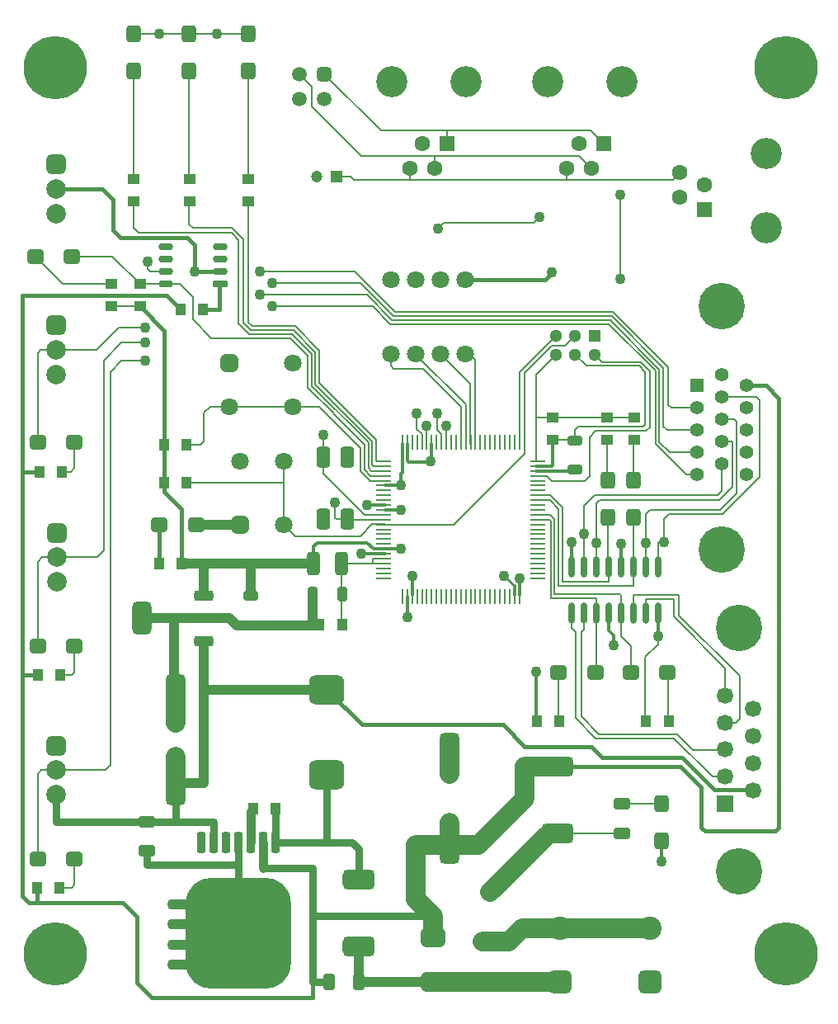
<source format=gtl>
G04 Layer_Physical_Order=1*
G04 Layer_Color=255*
%FSLAX44Y44*%
%MOMM*%
G71*
G01*
G75*
G04:AMPARAMS|DCode=10|XSize=1.75mm|YSize=1.5mm|CornerRadius=0.375mm|HoleSize=0mm|Usage=FLASHONLY|Rotation=0.000|XOffset=0mm|YOffset=0mm|HoleType=Round|Shape=RoundedRectangle|*
%AMROUNDEDRECTD10*
21,1,1.7500,0.7500,0,0,0.0*
21,1,1.0000,1.5000,0,0,0.0*
1,1,0.7500,0.5000,-0.3750*
1,1,0.7500,-0.5000,-0.3750*
1,1,0.7500,-0.5000,0.3750*
1,1,0.7500,0.5000,0.3750*
%
%ADD10ROUNDEDRECTD10*%
G04:AMPARAMS|DCode=11|XSize=0.91mm|YSize=2.16mm|CornerRadius=0.2275mm|HoleSize=0mm|Usage=FLASHONLY|Rotation=180.000|XOffset=0mm|YOffset=0mm|HoleType=Round|Shape=RoundedRectangle|*
%AMROUNDEDRECTD11*
21,1,0.9100,1.7050,0,0,180.0*
21,1,0.4550,2.1600,0,0,180.0*
1,1,0.4550,-0.2275,0.8525*
1,1,0.4550,0.2275,0.8525*
1,1,0.4550,0.2275,-0.8525*
1,1,0.4550,-0.2275,-0.8525*
%
%ADD11ROUNDEDRECTD11*%
G04:AMPARAMS|DCode=12|XSize=10.8mm|YSize=11.41mm|CornerRadius=2.7mm|HoleSize=0mm|Usage=FLASHONLY|Rotation=180.000|XOffset=0mm|YOffset=0mm|HoleType=Round|Shape=RoundedRectangle|*
%AMROUNDEDRECTD12*
21,1,10.8000,6.0100,0,0,180.0*
21,1,5.4000,11.4100,0,0,180.0*
1,1,5.4000,-2.7000,3.0050*
1,1,5.4000,2.7000,3.0050*
1,1,5.4000,2.7000,-3.0050*
1,1,5.4000,-2.7000,-3.0050*
%
%ADD12ROUNDEDRECTD12*%
%ADD13R,1.3000X1.1000*%
%ADD14R,1.1000X1.3000*%
G04:AMPARAMS|DCode=15|XSize=1mm|YSize=1.52mm|CornerRadius=0.25mm|HoleSize=0mm|Usage=FLASHONLY|Rotation=270.000|XOffset=0mm|YOffset=0mm|HoleType=Round|Shape=RoundedRectangle|*
%AMROUNDEDRECTD15*
21,1,1.0000,1.0200,0,0,270.0*
21,1,0.5000,1.5200,0,0,270.0*
1,1,0.5000,-0.5100,-0.2500*
1,1,0.5000,-0.5100,0.2500*
1,1,0.5000,0.5100,0.2500*
1,1,0.5000,0.5100,-0.2500*
%
%ADD15ROUNDEDRECTD15*%
G04:AMPARAMS|DCode=16|XSize=1.2mm|YSize=1.7mm|CornerRadius=0.3mm|HoleSize=0mm|Usage=FLASHONLY|Rotation=0.000|XOffset=0mm|YOffset=0mm|HoleType=Round|Shape=RoundedRectangle|*
%AMROUNDEDRECTD16*
21,1,1.2000,1.1000,0,0,0.0*
21,1,0.6000,1.7000,0,0,0.0*
1,1,0.6000,0.3000,-0.5500*
1,1,0.6000,-0.3000,-0.5500*
1,1,0.6000,-0.3000,0.5500*
1,1,0.6000,0.3000,0.5500*
%
%ADD16ROUNDEDRECTD16*%
G04:AMPARAMS|DCode=17|XSize=2.2mm|YSize=1.4mm|CornerRadius=0.35mm|HoleSize=0mm|Usage=FLASHONLY|Rotation=270.000|XOffset=0mm|YOffset=0mm|HoleType=Round|Shape=RoundedRectangle|*
%AMROUNDEDRECTD17*
21,1,2.2000,0.7000,0,0,270.0*
21,1,1.5000,1.4000,0,0,270.0*
1,1,0.7000,-0.3500,-0.7500*
1,1,0.7000,-0.3500,0.7500*
1,1,0.7000,0.3500,0.7500*
1,1,0.7000,0.3500,-0.7500*
%
%ADD17ROUNDEDRECTD17*%
G04:AMPARAMS|DCode=18|XSize=1.3mm|YSize=2.4mm|CornerRadius=0.325mm|HoleSize=0mm|Usage=FLASHONLY|Rotation=180.000|XOffset=0mm|YOffset=0mm|HoleType=Round|Shape=RoundedRectangle|*
%AMROUNDEDRECTD18*
21,1,1.3000,1.7500,0,0,180.0*
21,1,0.6500,2.4000,0,0,180.0*
1,1,0.6500,-0.3250,0.8750*
1,1,0.6500,0.3250,0.8750*
1,1,0.6500,0.3250,-0.8750*
1,1,0.6500,-0.3250,-0.8750*
%
%ADD18ROUNDEDRECTD18*%
%ADD19O,0.6000X2.2000*%
G04:AMPARAMS|DCode=20|XSize=1.75mm|YSize=1.5mm|CornerRadius=0.375mm|HoleSize=0mm|Usage=FLASHONLY|Rotation=270.000|XOffset=0mm|YOffset=0mm|HoleType=Round|Shape=RoundedRectangle|*
%AMROUNDEDRECTD20*
21,1,1.7500,0.7500,0,0,270.0*
21,1,1.0000,1.5000,0,0,270.0*
1,1,0.7500,-0.3750,-0.5000*
1,1,0.7500,-0.3750,0.5000*
1,1,0.7500,0.3750,0.5000*
1,1,0.7500,0.3750,-0.5000*
%
%ADD20ROUNDEDRECTD20*%
G04:AMPARAMS|DCode=21|XSize=2.032mm|YSize=3.302mm|CornerRadius=0.508mm|HoleSize=0mm|Usage=FLASHONLY|Rotation=270.000|XOffset=0mm|YOffset=0mm|HoleType=Round|Shape=RoundedRectangle|*
%AMROUNDEDRECTD21*
21,1,2.0320,2.2860,0,0,270.0*
21,1,1.0160,3.3020,0,0,270.0*
1,1,1.0160,-1.1430,-0.5080*
1,1,1.0160,-1.1430,0.5080*
1,1,1.0160,1.1430,0.5080*
1,1,1.0160,1.1430,-0.5080*
%
%ADD21ROUNDEDRECTD21*%
G04:AMPARAMS|DCode=22|XSize=3.1mm|YSize=3.6mm|CornerRadius=0.775mm|HoleSize=0mm|Usage=FLASHONLY|Rotation=270.000|XOffset=0mm|YOffset=0mm|HoleType=Round|Shape=RoundedRectangle|*
%AMROUNDEDRECTD22*
21,1,3.1000,2.0500,0,0,270.0*
21,1,1.5500,3.6000,0,0,270.0*
1,1,1.5500,-1.0250,-0.7750*
1,1,1.5500,-1.0250,0.7750*
1,1,1.5500,1.0250,0.7750*
1,1,1.5500,1.0250,-0.7750*
%
%ADD22ROUNDEDRECTD22*%
G04:AMPARAMS|DCode=23|XSize=1.2mm|YSize=1.7mm|CornerRadius=0.3mm|HoleSize=0mm|Usage=FLASHONLY|Rotation=270.000|XOffset=0mm|YOffset=0mm|HoleType=Round|Shape=RoundedRectangle|*
%AMROUNDEDRECTD23*
21,1,1.2000,1.1000,0,0,270.0*
21,1,0.6000,1.7000,0,0,270.0*
1,1,0.6000,-0.5500,-0.3000*
1,1,0.6000,-0.5500,0.3000*
1,1,0.6000,0.5500,0.3000*
1,1,0.6000,0.5500,-0.3000*
%
%ADD23ROUNDEDRECTD23*%
G04:AMPARAMS|DCode=24|XSize=2.03mm|YSize=4.57mm|CornerRadius=0.5075mm|HoleSize=0mm|Usage=FLASHONLY|Rotation=180.000|XOffset=0mm|YOffset=0mm|HoleType=Round|Shape=RoundedRectangle|*
%AMROUNDEDRECTD24*
21,1,2.0300,3.5550,0,0,180.0*
21,1,1.0150,4.5700,0,0,180.0*
1,1,1.0150,-0.5075,1.7775*
1,1,1.0150,0.5075,1.7775*
1,1,1.0150,0.5075,-1.7775*
1,1,1.0150,-0.5075,-1.7775*
%
%ADD24ROUNDEDRECTD24*%
G04:AMPARAMS|DCode=25|XSize=2mm|YSize=2.5mm|CornerRadius=0.5mm|HoleSize=0mm|Usage=FLASHONLY|Rotation=270.000|XOffset=0mm|YOffset=0mm|HoleType=Round|Shape=RoundedRectangle|*
%AMROUNDEDRECTD25*
21,1,2.0000,1.5000,0,0,270.0*
21,1,1.0000,2.5000,0,0,270.0*
1,1,1.0000,-0.7500,-0.5000*
1,1,1.0000,-0.7500,0.5000*
1,1,1.0000,0.7500,0.5000*
1,1,1.0000,0.7500,-0.5000*
%
%ADD25ROUNDEDRECTD25*%
G04:AMPARAMS|DCode=26|XSize=3.4mm|YSize=1.95mm|CornerRadius=0.4875mm|HoleSize=0mm|Usage=FLASHONLY|Rotation=90.000|XOffset=0mm|YOffset=0mm|HoleType=Round|Shape=RoundedRectangle|*
%AMROUNDEDRECTD26*
21,1,3.4000,0.9750,0,0,90.0*
21,1,2.4250,1.9500,0,0,90.0*
1,1,0.9750,0.4875,1.2125*
1,1,0.9750,0.4875,-1.2125*
1,1,0.9750,-0.4875,-1.2125*
1,1,0.9750,-0.4875,1.2125*
%
%ADD26ROUNDEDRECTD26*%
G04:AMPARAMS|DCode=27|XSize=1.1mm|YSize=1.95mm|CornerRadius=0.275mm|HoleSize=0mm|Usage=FLASHONLY|Rotation=90.000|XOffset=0mm|YOffset=0mm|HoleType=Round|Shape=RoundedRectangle|*
%AMROUNDEDRECTD27*
21,1,1.1000,1.4000,0,0,90.0*
21,1,0.5500,1.9500,0,0,90.0*
1,1,0.5500,0.7000,0.2750*
1,1,0.5500,0.7000,-0.2750*
1,1,0.5500,-0.7000,-0.2750*
1,1,0.5500,-0.7000,0.2750*
%
%ADD27ROUNDEDRECTD27*%
G04:AMPARAMS|DCode=28|XSize=1mm|YSize=1.52mm|CornerRadius=0.25mm|HoleSize=0mm|Usage=FLASHONLY|Rotation=180.000|XOffset=0mm|YOffset=0mm|HoleType=Round|Shape=RoundedRectangle|*
%AMROUNDEDRECTD28*
21,1,1.0000,1.0200,0,0,180.0*
21,1,0.5000,1.5200,0,0,180.0*
1,1,0.5000,-0.2500,0.5100*
1,1,0.5000,0.2500,0.5100*
1,1,0.5000,0.2500,-0.5100*
1,1,0.5000,-0.2500,-0.5100*
%
%ADD28ROUNDEDRECTD28*%
%ADD29R,0.2500X1.5000*%
%ADD30R,1.5000X0.2500*%
%ADD31O,1.5000X0.7600*%
G04:AMPARAMS|DCode=32|XSize=0.76mm|YSize=1.5mm|CornerRadius=0.19mm|HoleSize=0mm|Usage=FLASHONLY|Rotation=270.000|XOffset=0mm|YOffset=0mm|HoleType=Round|Shape=RoundedRectangle|*
%AMROUNDEDRECTD32*
21,1,0.7600,1.1200,0,0,270.0*
21,1,0.3800,1.5000,0,0,270.0*
1,1,0.3800,-0.5600,-0.1900*
1,1,0.3800,-0.5600,0.1900*
1,1,0.3800,0.5600,0.1900*
1,1,0.3800,0.5600,-0.1900*
%
%ADD32ROUNDEDRECTD32*%
%ADD33C,0.2000*%
%ADD34C,0.4000*%
%ADD35C,0.3000*%
%ADD36C,1.0000*%
%ADD37C,0.8000*%
%ADD38C,2.0000*%
%ADD39C,0.2500*%
%ADD40C,0.9000*%
%ADD41C,2.4000*%
G04:AMPARAMS|DCode=42|XSize=2.4mm|YSize=2.4mm|CornerRadius=0.6mm|HoleSize=0mm|Usage=FLASHONLY|Rotation=0.000|XOffset=0mm|YOffset=0mm|HoleType=Round|Shape=RoundedRectangle|*
%AMROUNDEDRECTD42*
21,1,2.4000,1.2000,0,0,0.0*
21,1,1.2000,2.4000,0,0,0.0*
1,1,1.2000,0.6000,-0.6000*
1,1,1.2000,-0.6000,-0.6000*
1,1,1.2000,-0.6000,0.6000*
1,1,1.2000,0.6000,0.6000*
%
%ADD42ROUNDEDRECTD42*%
%ADD43C,2.0000*%
G04:AMPARAMS|DCode=44|XSize=2mm|YSize=2mm|CornerRadius=0.5mm|HoleSize=0mm|Usage=FLASHONLY|Rotation=0.000|XOffset=0mm|YOffset=0mm|HoleType=Round|Shape=RoundedRectangle|*
%AMROUNDEDRECTD44*
21,1,2.0000,1.0000,0,0,0.0*
21,1,1.0000,2.0000,0,0,0.0*
1,1,1.0000,0.5000,-0.5000*
1,1,1.0000,-0.5000,-0.5000*
1,1,1.0000,-0.5000,0.5000*
1,1,1.0000,0.5000,0.5000*
%
%ADD44ROUNDEDRECTD44*%
%ADD45C,1.4000*%
G04:AMPARAMS|DCode=46|XSize=1.8mm|YSize=1.8mm|CornerRadius=0.45mm|HoleSize=0mm|Usage=FLASHONLY|Rotation=90.000|XOffset=0mm|YOffset=0mm|HoleType=Round|Shape=RoundedRectangle|*
%AMROUNDEDRECTD46*
21,1,1.8000,0.9000,0,0,90.0*
21,1,0.9000,1.8000,0,0,90.0*
1,1,0.9000,0.4500,0.4500*
1,1,0.9000,0.4500,-0.4500*
1,1,0.9000,-0.4500,-0.4500*
1,1,0.9000,-0.4500,0.4500*
%
%ADD46ROUNDEDRECTD46*%
%ADD47C,1.8000*%
G04:AMPARAMS|DCode=48|XSize=1.8mm|YSize=1.8mm|CornerRadius=0.45mm|HoleSize=0mm|Usage=FLASHONLY|Rotation=0.000|XOffset=0mm|YOffset=0mm|HoleType=Round|Shape=RoundedRectangle|*
%AMROUNDEDRECTD48*
21,1,1.8000,0.9000,0,0,0.0*
21,1,0.9000,1.8000,0,0,0.0*
1,1,0.9000,0.4500,-0.4500*
1,1,0.9000,-0.4500,-0.4500*
1,1,0.9000,-0.4500,0.4500*
1,1,0.9000,0.4500,0.4500*
%
%ADD48ROUNDEDRECTD48*%
G04:AMPARAMS|DCode=49|XSize=1.5mm|YSize=1.5mm|CornerRadius=0.375mm|HoleSize=0mm|Usage=FLASHONLY|Rotation=180.000|XOffset=0mm|YOffset=0mm|HoleType=Round|Shape=RoundedRectangle|*
%AMROUNDEDRECTD49*
21,1,1.5000,0.7500,0,0,180.0*
21,1,0.7500,1.5000,0,0,180.0*
1,1,0.7500,-0.3750,0.3750*
1,1,0.7500,0.3750,0.3750*
1,1,0.7500,0.3750,-0.3750*
1,1,0.7500,-0.3750,-0.3750*
%
%ADD49ROUNDEDRECTD49*%
%ADD50C,1.5000*%
%ADD51C,1.6000*%
%ADD52R,1.6000X1.6000*%
%ADD53C,3.2000*%
%ADD54C,1.2000*%
%ADD55R,1.2000X1.2000*%
%ADD56C,6.5000*%
%ADD57R,1.3000X1.3000*%
%ADD58C,1.3000*%
%ADD59C,1.6900*%
%ADD60R,1.6900X1.6900*%
%ADD61C,4.7600*%
%ADD62R,1.6000X1.6000*%
%ADD63C,1.4080*%
%ADD64R,1.4080X1.4080*%
%ADD65C,1.1000*%
D10*
X959154Y1023112D02*
D03*
X997154D02*
D03*
X1496500Y595750D02*
D03*
X1534500D02*
D03*
X1608500D02*
D03*
X1570500D02*
D03*
X1086662Y747776D02*
D03*
X1124662D02*
D03*
X961694Y404622D02*
D03*
X999694D02*
D03*
X961694Y623062D02*
D03*
X999694D02*
D03*
X961694Y832612D02*
D03*
X999694D02*
D03*
D11*
X1130046Y421584D02*
D03*
X1142746D02*
D03*
X1155446D02*
D03*
X1168146D02*
D03*
X1180846D02*
D03*
X1193546D02*
D03*
X1206246D02*
D03*
D12*
X1168146Y328384D02*
D03*
D13*
X1490218Y834574D02*
D03*
Y857574D02*
D03*
X1574038Y834574D02*
D03*
Y857574D02*
D03*
X1546098Y834574D02*
D03*
Y857574D02*
D03*
X1059942Y1079684D02*
D03*
Y1102684D02*
D03*
X1177798D02*
D03*
Y1079684D02*
D03*
X1037590Y994734D02*
D03*
Y971734D02*
D03*
X1066800D02*
D03*
Y994734D02*
D03*
X1117600Y1079684D02*
D03*
Y1102684D02*
D03*
D14*
X963860Y802132D02*
D03*
X986860D02*
D03*
X1114876Y829818D02*
D03*
X1091876D02*
D03*
X1109796Y707898D02*
D03*
X1086796D02*
D03*
X1206062Y456184D02*
D03*
X1183062D02*
D03*
X1609500Y546250D02*
D03*
X1586500D02*
D03*
X1251206Y645160D02*
D03*
X1274206D02*
D03*
X1108640Y968502D02*
D03*
X1131640D02*
D03*
X1091876Y790956D02*
D03*
X1114876D02*
D03*
X1497250Y546250D02*
D03*
X1474250D02*
D03*
X984320Y375412D02*
D03*
X961320D02*
D03*
X984828Y593598D02*
D03*
X961828D02*
D03*
D15*
X1180338Y674384D02*
D03*
Y644384D02*
D03*
X1513332Y833896D02*
D03*
Y803896D02*
D03*
D16*
X1261350Y278638D02*
D03*
X1291350D02*
D03*
D17*
X1254706Y753114D02*
D03*
X1279706D02*
D03*
X1254706Y817114D02*
D03*
X1279706D02*
D03*
D18*
X1244904Y707898D02*
D03*
X1273904D02*
D03*
D19*
X1509776Y656720D02*
D03*
X1522476D02*
D03*
X1535176D02*
D03*
X1547876D02*
D03*
X1560576D02*
D03*
X1573276D02*
D03*
X1585976D02*
D03*
X1598676D02*
D03*
X1509776Y704720D02*
D03*
X1522476D02*
D03*
X1535176D02*
D03*
X1547876D02*
D03*
X1560576D02*
D03*
X1573276D02*
D03*
X1585976D02*
D03*
X1598676D02*
D03*
D20*
X1573530Y793446D02*
D03*
Y755446D02*
D03*
X1547114Y793446D02*
D03*
Y755446D02*
D03*
X1602232Y461214D02*
D03*
Y423214D02*
D03*
X1059942Y1213662D02*
D03*
Y1251662D02*
D03*
X1117346Y1213662D02*
D03*
Y1251662D02*
D03*
X1177798Y1213662D02*
D03*
Y1251662D02*
D03*
D21*
X1495806Y431292D02*
D03*
Y499872D02*
D03*
X1291590Y314960D02*
D03*
Y383540D02*
D03*
D22*
X1258824Y578424D02*
D03*
Y491424D02*
D03*
D23*
X1561592Y461278D02*
D03*
Y431278D02*
D03*
X1073912Y442990D02*
D03*
Y412990D02*
D03*
D24*
X1384300Y511352D02*
D03*
Y422352D02*
D03*
X1103884Y571296D02*
D03*
Y482296D02*
D03*
D25*
X1367500Y278890D02*
D03*
Y324610D02*
D03*
D26*
X1068582Y651510D02*
D03*
D27*
X1132582Y674510D02*
D03*
Y651510D02*
D03*
Y628510D02*
D03*
D28*
X1274150Y676148D02*
D03*
X1244150D02*
D03*
D29*
X1336238Y831856D02*
D03*
X1341238D02*
D03*
X1346238D02*
D03*
X1351238D02*
D03*
X1356238D02*
D03*
X1361238D02*
D03*
X1366238D02*
D03*
X1371238D02*
D03*
X1376238D02*
D03*
X1381238D02*
D03*
X1386238D02*
D03*
X1391238D02*
D03*
X1396238D02*
D03*
X1401238D02*
D03*
X1406238D02*
D03*
X1411238D02*
D03*
X1416238D02*
D03*
X1421238D02*
D03*
X1426238D02*
D03*
X1431238D02*
D03*
X1436238D02*
D03*
X1441238D02*
D03*
X1446238D02*
D03*
X1451238D02*
D03*
X1456238D02*
D03*
Y673856D02*
D03*
X1451238D02*
D03*
X1446238D02*
D03*
X1441238D02*
D03*
X1436238D02*
D03*
X1431238D02*
D03*
X1426238D02*
D03*
X1421238D02*
D03*
X1416238D02*
D03*
X1411238D02*
D03*
X1406238D02*
D03*
X1401238D02*
D03*
X1396238D02*
D03*
X1391238D02*
D03*
X1386238D02*
D03*
X1381238D02*
D03*
X1376238D02*
D03*
X1371238D02*
D03*
X1366238D02*
D03*
X1361238D02*
D03*
X1356238D02*
D03*
X1351238D02*
D03*
X1346238D02*
D03*
X1341238D02*
D03*
X1336238D02*
D03*
D30*
X1475238Y812856D02*
D03*
Y807856D02*
D03*
Y802856D02*
D03*
Y797856D02*
D03*
Y792856D02*
D03*
Y787856D02*
D03*
Y782856D02*
D03*
Y777856D02*
D03*
Y772856D02*
D03*
Y767856D02*
D03*
Y762856D02*
D03*
Y757856D02*
D03*
Y752856D02*
D03*
Y747856D02*
D03*
Y742856D02*
D03*
Y737856D02*
D03*
Y732856D02*
D03*
Y727856D02*
D03*
Y722856D02*
D03*
Y717856D02*
D03*
Y712856D02*
D03*
Y707856D02*
D03*
Y702856D02*
D03*
Y697856D02*
D03*
Y692856D02*
D03*
X1317238D02*
D03*
Y697856D02*
D03*
Y702856D02*
D03*
Y707856D02*
D03*
Y712856D02*
D03*
Y717856D02*
D03*
Y722856D02*
D03*
Y727856D02*
D03*
Y732856D02*
D03*
Y737856D02*
D03*
Y742856D02*
D03*
Y747856D02*
D03*
Y752856D02*
D03*
Y757856D02*
D03*
Y762856D02*
D03*
Y767856D02*
D03*
Y772856D02*
D03*
Y777856D02*
D03*
Y782856D02*
D03*
Y787856D02*
D03*
Y792856D02*
D03*
Y797856D02*
D03*
Y802856D02*
D03*
Y807856D02*
D03*
Y812856D02*
D03*
D31*
X1093724Y994410D02*
D03*
Y1007110D02*
D03*
Y1019810D02*
D03*
Y1032510D02*
D03*
X1149604D02*
D03*
Y1019810D02*
D03*
Y1007110D02*
D03*
D32*
Y994410D02*
D03*
D33*
X1654560Y489190D02*
X1667784D01*
X1519750Y551000D02*
Y637608D01*
X1513750Y549250D02*
Y637500D01*
X1029462Y916432D02*
X1047750Y934720D01*
X1072134D01*
X1036574Y904494D02*
X1048004Y915924D01*
X1072134D01*
X1356238Y830356D02*
Y840354D01*
X1350772Y845820D02*
X1356238Y840354D01*
X1350772Y845820D02*
Y861798D01*
X1381238Y830356D02*
Y849108D01*
X1361238Y830356D02*
Y849578D01*
X1324356Y910590D02*
Y923036D01*
X1396238Y830356D02*
Y868664D01*
X1357360Y907542D02*
X1396238Y868664D01*
X1327404Y907542D02*
X1357360D01*
X1324356Y910590D02*
X1327404Y907542D01*
X1546098Y857574D02*
X1574038D01*
X1490218D02*
X1546098D01*
X1559814Y999998D02*
Y1086358D01*
X1471168Y1057656D02*
X1477264Y1063752D01*
X1378966Y1057656D02*
X1471168D01*
X1372870Y1051560D02*
X1378966Y1057656D01*
X1286510Y1101852D02*
X1613662D01*
X1344168Y1102106D02*
Y1113536D01*
X1268222Y1105154D02*
X1283208D01*
X1286510Y1101852D01*
X1504442Y1102106D02*
Y1113536D01*
X1613662Y1101852D02*
X1621028Y1109218D01*
X1293876Y1125982D02*
X1517396D01*
X1363726Y1113028D02*
X1370076D01*
X1369568Y1113536D02*
Y1125728D01*
X1517396Y1125982D02*
X1529842Y1113536D01*
X1243076Y1176782D02*
X1293876Y1125982D01*
X1382268Y1151890D02*
X1529588D01*
X1313942D02*
X1382268D01*
Y1138936D02*
Y1151890D01*
X1529588D02*
X1542542Y1138936D01*
X1369568Y1113536D02*
X1370076Y1113028D01*
X1590294Y847852D02*
Y905071D01*
X1540830Y914654D02*
X1580711D01*
X1590294Y905071D01*
X1585214Y850138D02*
Y904494D01*
X1579054Y910654D02*
X1585214Y904494D01*
X1524830Y910654D02*
X1579054D01*
X1547684Y953708D02*
X1595882Y905510D01*
X1549341Y957708D02*
X1599882Y907167D01*
X1550998Y961708D02*
X1604010Y908696D01*
X1552655Y965708D02*
X1609090Y909273D01*
X1323958Y953708D02*
X1547684D01*
X1595882Y830765D02*
Y905510D01*
X1325614Y957708D02*
X1549341D01*
X1599882Y832422D02*
Y907167D01*
X1327271Y961708D02*
X1550998D01*
X1604010Y848360D02*
Y908696D01*
X1328928Y965708D02*
X1552655D01*
X1609090Y870712D02*
Y909273D01*
X1305607Y972058D02*
X1323958Y953708D01*
X1293553Y995426D02*
X1327271Y961708D01*
X1287526Y1007110D02*
X1328928Y965708D01*
X1702925Y796399D02*
Y875175D01*
X1699151Y878949D02*
X1702925Y875175D01*
X1663954Y878949D02*
X1699151D01*
X1495806Y431292D02*
X1561578D01*
X1561656Y461214D02*
X1602232D01*
X1665162Y758636D02*
X1702925Y796399D01*
X1605026Y729488D02*
Y753872D01*
X1609790Y758636D01*
X1665162D01*
X1676545Y856089D02*
X1678876Y853758D01*
X1663954Y856089D02*
X1676545D01*
X1585976Y729234D02*
Y758190D01*
X1590422Y762636D01*
X1522476Y737870D02*
Y767334D01*
X1533398Y778256D01*
X1663954Y833229D02*
X1673751D01*
X1674876Y832104D01*
X1535176Y728980D02*
Y769620D01*
X1538732Y773176D01*
X1612283Y867519D02*
X1638554D01*
X1609090Y870712D02*
X1612283Y867519D01*
X1607711Y844659D02*
X1638554D01*
X1604010Y848360D02*
X1607711Y844659D01*
X1627708Y798939D02*
X1638554D01*
X1595882Y830765D02*
X1627708Y798939D01*
X1610505Y821799D02*
X1638554D01*
X1599882Y832422D02*
X1610505Y821799D01*
X1190244Y1007110D02*
X1287526D01*
X1190244Y1007110D02*
X1190244Y1007110D01*
X1678446Y544590D02*
X1682242Y548386D01*
X1668874Y544590D02*
X1678446D01*
X1522476Y704720D02*
Y737870D01*
X1598676Y729488D02*
X1605026D01*
X1585976Y704720D02*
Y729234D01*
X1598676Y704720D02*
Y729488D01*
X1178052Y955432D02*
Y1075110D01*
Y955432D02*
X1182254Y951230D01*
X1238950Y888443D02*
Y921367D01*
X1140014Y939230D02*
X1221087D01*
X1238950Y921367D01*
X1242950Y890142D02*
Y923024D01*
X1222744Y943230D02*
X1242950Y923024D01*
X1178940Y943230D02*
X1222744D01*
X1246950Y891799D02*
Y924681D01*
X1224401Y947230D02*
X1246950Y924681D01*
X1180597Y947230D02*
X1224401D01*
X1250950Y893456D02*
Y926338D01*
X1226058Y951230D02*
X1250950Y926338D01*
X1182254Y951230D02*
X1226058D01*
X1172718Y955109D02*
Y1040638D01*
Y955109D02*
X1180597Y947230D01*
X1167638Y954532D02*
X1178940Y943230D01*
X1167638Y954532D02*
Y1040061D01*
X1120902Y958342D02*
X1140014Y939230D01*
X1161098Y1052258D02*
X1172718Y1040638D01*
X1160711Y1046988D02*
X1167638Y1040061D01*
X1065022Y1046988D02*
X1160711D01*
X1121220Y1052258D02*
X1161098D01*
X1059942Y1052068D02*
X1065022Y1046988D01*
X1175638Y1077524D02*
X1178052Y1075110D01*
X1117346Y1056132D02*
X1121220Y1052258D01*
X1117346Y1056132D02*
Y1079684D01*
X1059942Y1052068D02*
Y1079684D01*
X1238950Y888443D02*
X1265794Y861599D01*
X1242950Y890142D02*
X1301242Y831850D01*
X1246950Y891799D02*
X1305242Y833507D01*
X1250950Y893456D02*
X1309242Y835164D01*
X1243076Y1176782D02*
Y1197356D01*
X1230630Y1209802D02*
X1243076Y1197356D01*
X1256030Y1209802D02*
X1313942Y1151890D01*
X1138936Y868934D02*
X1250950D01*
X1132586Y862584D02*
X1138936Y868934D01*
X1132586Y833374D02*
Y862584D01*
X1250950Y868934D02*
X1293242Y826642D01*
X1129030Y829818D02*
X1132586Y833374D01*
X1265794Y861202D02*
X1297242Y829754D01*
X1265794Y861202D02*
Y861599D01*
X1401238Y830356D02*
Y870792D01*
X1349756Y922274D02*
X1401238Y870792D01*
X1349756Y922274D02*
Y923036D01*
X1406144Y830356D02*
Y892302D01*
X1375410Y923036D02*
X1406144Y892302D01*
X1375156Y923036D02*
X1375410D01*
X1411238Y830356D02*
Y916672D01*
X1404874Y923036D02*
X1411238Y916672D01*
X1400556Y923036D02*
X1404874D01*
X1598676Y625094D02*
Y633476D01*
X1513652Y921832D02*
X1524830Y910654D01*
X1533652Y921832D02*
X1540830Y914654D01*
X1583118Y848042D02*
X1585214Y850138D01*
X1586484Y844042D02*
X1590294Y847852D01*
X1534668Y844042D02*
X1586484D01*
X1473454Y813140D02*
Y901634D01*
X1473638Y857574D02*
X1490218D01*
X1292860Y736092D02*
X1304798Y748030D01*
X1225964Y736092D02*
X1292860D01*
X1214268Y747788D02*
X1225964Y736092D01*
X1634744Y516382D02*
X1667276D01*
X1667784Y516890D01*
X1637139Y798939D02*
X1638554D01*
X1535176Y704720D02*
Y728980D01*
X1573276Y684784D02*
Y704720D01*
X1547876Y689102D02*
Y704720D01*
X1573530Y675322D02*
X1620266D01*
X1585722Y671322D02*
X1614678D01*
X1573530Y656974D02*
Y675322D01*
X1573276Y656720D02*
X1573530Y656974D01*
X1585722Y656466D02*
Y671322D01*
Y656466D02*
X1585976Y656720D01*
X1522476Y640334D02*
Y656720D01*
X1608652Y546250D02*
Y595500D01*
X1535176D02*
Y656720D01*
X1570532Y595500D02*
Y623012D01*
X1560576Y632968D02*
X1570532Y623012D01*
X1560576Y632968D02*
Y656720D01*
X1573530Y706752D02*
Y755700D01*
X1559560Y676148D02*
X1560576Y675132D01*
X1534922Y656974D02*
Y672084D01*
X1560576Y656720D02*
Y675132D01*
X1534922Y656974D02*
X1535176Y656720D01*
X1547114Y705482D02*
Y755446D01*
X1573530Y793446D02*
Y834066D01*
X1546098Y794462D02*
Y834574D01*
X1473454Y901634D02*
X1493652Y921832D01*
X1473454Y813140D02*
X1473738Y812856D01*
X1461516Y903131D02*
X1489717Y931332D01*
X1461516Y820420D02*
Y903131D01*
X1388952Y747856D02*
X1461516Y820420D01*
X1503152Y931332D02*
X1513652Y941832D01*
X1489717Y931332D02*
X1503152D01*
X1318738Y747856D02*
X1388952D01*
X1456238Y830356D02*
Y904418D01*
X1493652Y941832D01*
X1114876Y829818D02*
X1129030D01*
X1120902Y958342D02*
Y981202D01*
X1309242Y813308D02*
Y835164D01*
Y813308D02*
X1309694Y812856D01*
X1318738D01*
X1306948Y807856D02*
X1318738D01*
X1305242Y809562D02*
X1306948Y807856D01*
X1305242Y809562D02*
Y833507D01*
X1301242Y805757D02*
Y831850D01*
X1297242Y804100D02*
Y829754D01*
X1293242Y802443D02*
Y826642D01*
Y802443D02*
X1302697Y792988D01*
X1297242Y804100D02*
X1303486Y797856D01*
X1301242Y805757D02*
X1304143Y802856D01*
X1318738D01*
X1107694Y994410D02*
X1120902Y981202D01*
X1302697Y792856D02*
X1318738D01*
X1303486Y797856D02*
X1318738D01*
X1093714Y994410D02*
X1107694D01*
X1037590Y971734D02*
X1066800D01*
X1273904Y650034D02*
Y707898D01*
X1066800Y994734D02*
X1067124Y994410D01*
X1038422Y1023112D02*
X1066800Y994734D01*
X1067124Y994410D02*
X1093714D01*
X997154Y1023112D02*
X1038422D01*
X987532Y994734D02*
X1037590D01*
X959154Y1023112D02*
X987532Y994734D01*
X1297178Y757936D02*
X1318658D01*
X1254706Y800408D02*
X1297178Y757936D01*
X1304798Y748030D02*
X1318564D01*
X1059942Y1251662D02*
X1177798D01*
Y1102684D02*
Y1213662D01*
X1117346Y1102938D02*
Y1213662D01*
X1059942Y1102684D02*
Y1213662D01*
X1214268Y790956D02*
Y812788D01*
Y747788D02*
Y790956D01*
X1254706Y817114D02*
Y839924D01*
X1268472Y753114D02*
X1279706Y752860D01*
X1266952Y754634D02*
X1268472Y753114D01*
X1266952Y754634D02*
Y770636D01*
X1254706Y800408D02*
Y817114D01*
X1279706Y752860D02*
X1318480D01*
X1114876Y790956D02*
X1214268D01*
X999694Y805638D02*
Y832612D01*
X996188Y802132D02*
X999694Y805638D01*
X986352Y802132D02*
X996188D01*
X999694Y596342D02*
Y623062D01*
X996950Y593598D02*
X999694Y596342D01*
X984828Y593598D02*
X996950D01*
X999694Y378664D02*
Y404622D01*
X996442Y375412D02*
X999694Y378664D01*
X984320Y375412D02*
X996442D01*
X1473738Y797856D02*
X1484334D01*
X1077214Y1007110D02*
X1093714D01*
X1074420Y1009904D02*
X1077214Y1007110D01*
X1074420Y1009904D02*
Y1018032D01*
X1528318Y837692D02*
X1534668Y844042D01*
X1528318Y797306D02*
Y837692D01*
X1484334Y797856D02*
X1489710Y792480D01*
X1523492D01*
X1528318Y797306D01*
X1516316Y848042D02*
X1583118D01*
X1490218Y834574D02*
X1513586D01*
Y845312D01*
X1516316Y848042D01*
X1519750Y637608D02*
X1522476Y640334D01*
X1509776Y641474D02*
Y656720D01*
Y641474D02*
X1513750Y637500D01*
X1500750Y689102D02*
X1547876D01*
X1488500Y672084D02*
X1534922D01*
X1492500Y676148D02*
X1559560D01*
X1496500Y684784D02*
X1573276D01*
X1273904Y707856D02*
X1318738D01*
X1305750D02*
Y712856D01*
X1318738D01*
X1473804Y772922D02*
X1487578D01*
X1496500Y764000D01*
Y684784D02*
Y764000D01*
X1488301Y777856D02*
X1500750Y765407D01*
X1473738Y777856D02*
X1488301D01*
X1500750Y689102D02*
Y765407D01*
X1473738Y757856D02*
X1488144D01*
X1492500Y753500D01*
Y676148D02*
Y753500D01*
X1473738Y752856D02*
X1487144D01*
X1488500Y751500D01*
Y672084D02*
Y751500D01*
X1371600Y845150D02*
Y861540D01*
Y845150D02*
X1376238Y840512D01*
Y830356D02*
Y840512D01*
X981202Y714196D02*
X1022696D01*
X1029462Y720962D01*
Y916432D01*
X961694Y832612D02*
Y923694D01*
X965048Y927048D01*
X980694D01*
X1022298D01*
X1045464Y950214D01*
X1072134D01*
X961694Y623062D02*
Y709444D01*
X966446Y714196D01*
X981202D01*
X961694Y404622D02*
Y492194D01*
X965250Y495750D01*
X1031250D01*
X1036574Y501074D01*
Y904494D01*
X1202250Y972058D02*
X1305607D01*
X1202500Y995426D02*
X1293553D01*
X1299834Y983488D02*
X1325614Y957708D01*
X1189990Y983488D02*
X1299834D01*
X1590422Y762636D02*
X1661886D01*
X1678876Y779626D01*
Y853758D01*
X1533398Y778256D02*
X1660006D01*
X1663954Y782204D01*
Y810141D01*
X1538732Y773176D02*
X1661176D01*
X1674876Y786876D01*
Y832104D01*
X1620266Y654734D02*
Y675322D01*
Y654734D02*
X1682242Y592758D01*
Y548386D02*
Y592758D01*
X1614678Y653572D02*
Y671322D01*
Y653572D02*
X1667760Y600490D01*
Y572266D02*
Y600490D01*
X1513750Y549250D02*
X1534500Y528500D01*
X1615250D01*
X1654560Y489190D01*
X1519750Y551000D02*
X1538250Y532500D01*
X1618626D01*
X1634744Y516382D01*
X1585652Y546250D02*
Y612070D01*
X1598676Y625094D01*
X1496500Y546250D02*
Y595750D01*
D34*
X1530625Y520250D02*
X1541624Y509250D01*
X1461750Y520250D02*
X1530625D01*
X1439500Y542500D02*
X1461750Y520250D01*
X1294748Y542500D02*
X1439500D01*
X1623500Y509250D02*
X1656754Y475996D01*
X1541624Y509250D02*
X1623500D01*
X1039368Y1049782D02*
X1047162Y1041988D01*
X1039368Y1049782D02*
Y1081024D01*
X1028244Y1092148D02*
X1039368Y1081024D01*
X980440Y1092148D02*
X1028244D01*
X1047162Y1041988D02*
X1115488D01*
X1482598Y999236D02*
X1489964Y1006602D01*
X1400556Y999236D02*
X1482598D01*
X1722628Y437134D02*
Y877316D01*
X1709565Y890379D02*
X1722628Y877316D01*
X1689354Y890379D02*
X1709565D01*
X1719072Y433578D02*
X1722628Y437134D01*
X1646682Y433578D02*
X1719072D01*
X1643126Y437134D02*
X1646682Y433578D01*
X1123188Y1007110D02*
Y1034288D01*
Y1007110D02*
X1149614D01*
X1115488Y1041988D02*
X1123188Y1034288D01*
X1694040Y475996D02*
X1694784Y476740D01*
X1066800Y971734D02*
X1091876Y946658D01*
Y829818D02*
Y946658D01*
Y790956D02*
Y829818D01*
X1131640Y968502D02*
X1148334D01*
Y993130D01*
X1094162Y982980D02*
X1108640Y968502D01*
X945642Y982980D02*
X1094162D01*
X945642Y366522D02*
Y982980D01*
X1244092Y262382D02*
Y278638D01*
X1049274Y359664D02*
X1063498Y345440D01*
Y277876D02*
Y345440D01*
Y277876D02*
X1078992Y262382D01*
X952500Y359664D02*
X1049274D01*
X1078992Y262382D02*
X1244092D01*
X1109796Y707898D02*
Y763708D01*
X1091876Y781628D02*
X1109796Y763708D01*
X1091876Y781628D02*
Y790956D01*
X1086796Y707898D02*
Y747642D01*
X945896Y593598D02*
X961828D01*
X945642Y366522D02*
X952500Y359664D01*
X961320Y360356D02*
Y375412D01*
X945642Y802132D02*
X963352D01*
X1258824Y578424D02*
X1294748Y542500D01*
X1656754Y475996D02*
X1694040D01*
X1495806Y499872D02*
X1621378D01*
X1643126Y478124D01*
Y437134D02*
Y478124D01*
D35*
X1306644Y722856D02*
X1335250D01*
X1300266Y729234D02*
X1306644Y722856D01*
X1602232Y402336D02*
Y423214D01*
X1303514Y767856D02*
X1318738D01*
X1366238Y812772D02*
Y830356D01*
X1365504Y812038D02*
X1366238Y812772D01*
X1342644Y812038D02*
X1365504D01*
X1341238Y813444D02*
X1342644Y812038D01*
X1341238Y813444D02*
Y830356D01*
X1509776Y704720D02*
Y729742D01*
X1598676Y633476D02*
Y656720D01*
X1560576Y704720D02*
Y728472D01*
X1451238Y675356D02*
Y684648D01*
X1456238Y675356D02*
Y692602D01*
X1346238Y675356D02*
Y694982D01*
X1473738Y807856D02*
X1489338D01*
X1490218Y808736D01*
X1336238Y801314D02*
Y830356D01*
X1334718Y799794D02*
X1336238Y801314D01*
X1334718Y787856D02*
Y799794D01*
X1318738Y762856D02*
X1335024D01*
X1318738Y787856D02*
X1334718D01*
X1490218Y808736D02*
Y834574D01*
X1473738Y802856D02*
X1513332D01*
X1547876Y639374D02*
Y656720D01*
Y639374D02*
X1553500Y633750D01*
Y624250D02*
Y633750D01*
X1473750Y546250D02*
Y596750D01*
X1293856Y717856D02*
X1318738D01*
X1248984Y729234D02*
X1300266D01*
X1245000Y725250D02*
X1248984Y729234D01*
X1245000Y707994D02*
Y725250D01*
X1244904Y707994D02*
X1245000D01*
X1341238Y653000D02*
Y673856D01*
D36*
X1291350Y278638D02*
Y314720D01*
Y278638D02*
X1368806D01*
X1100328Y296418D02*
X1136180D01*
X1100328Y316992D02*
X1156754D01*
X1100328Y337566D02*
X1158964D01*
X1100328Y358140D02*
X1138390D01*
X1180338Y644384D02*
X1251206D01*
X1244150Y644878D02*
Y676148D01*
X1165874Y644384D02*
X1180338D01*
X1158748Y651510D02*
X1165874Y644384D01*
X1132582Y651510D02*
X1158748D01*
X1132582Y674510D02*
Y706878D01*
X1180338Y674384D02*
Y707644D01*
X1102106Y651510D02*
X1132582D01*
X1068582D02*
X1102106D01*
Y573074D02*
Y651510D01*
X1124662Y747776D02*
X1169256D01*
X1132582Y482596D02*
Y628510D01*
X1133918Y578424D02*
X1258824D01*
X1103884Y482296D02*
X1132282D01*
X1109796Y707898D02*
X1244808D01*
X1244904Y707994D01*
D37*
X1168146Y398526D02*
Y421584D01*
Y328384D02*
Y398526D01*
X1073912D02*
X1168146D01*
X980694Y442990D02*
Y469900D01*
Y442990D02*
X1142746D01*
X980186Y470408D02*
X980694Y469900D01*
X1142746Y421584D02*
Y442990D01*
X1206246Y421584D02*
Y456000D01*
Y421584D02*
X1284534D01*
X1244092Y278638D02*
X1261350D01*
X1245108Y345948D02*
X1367536D01*
X1193546Y395478D02*
X1244092D01*
Y278638D02*
Y395224D01*
X1073912Y398526D02*
Y412990D01*
X1258824Y422402D02*
Y491424D01*
X1103884Y443484D02*
Y482296D01*
X1291590Y383540D02*
Y414528D01*
X1284534Y421584D02*
X1291590Y414528D01*
D38*
X1384300Y491744D02*
Y511352D01*
X1350010Y419100D02*
X1414018D01*
X1384300Y422352D02*
Y441744D01*
X1103884Y544652D02*
Y571296D01*
Y482296D02*
Y509652D01*
X1350010Y363474D02*
Y419100D01*
X1461820Y466902D02*
Y499872D01*
X1414018Y419100D02*
X1461820Y466902D01*
X1368806Y278638D02*
X1498092D01*
X1461820Y499872D02*
X1495806D01*
X1418500Y319750D02*
X1445250D01*
X1459138Y333638D01*
X1498092D01*
X1426500Y370750D02*
Y371000D01*
X1486792Y431292D01*
X1495806D01*
X1498092Y333638D02*
X1591056D01*
X1590802Y333892D02*
X1591056Y333638D01*
X1350010Y363474D02*
X1367536Y345948D01*
Y324358D02*
Y345948D01*
D39*
X1440688Y695198D02*
X1451238Y684648D01*
D40*
X1193546Y395478D02*
Y421584D01*
X1180846D02*
Y453968D01*
D41*
X1498092Y333638D02*
D03*
X1590548Y333638D02*
D03*
D42*
X1498092Y278638D02*
D03*
X1590548D02*
D03*
D43*
X980440Y495756D02*
D03*
Y470408D02*
D03*
X981202Y714196D02*
D03*
Y688848D02*
D03*
X980694Y927048D02*
D03*
Y901700D02*
D03*
X980440Y1092148D02*
D03*
Y1066800D02*
D03*
D44*
Y521104D02*
D03*
X981202Y739544D02*
D03*
X980694Y952396D02*
D03*
X980440Y1117496D02*
D03*
D45*
X1418500Y319750D02*
D03*
X1426500Y370750D02*
D03*
D46*
X1169268Y747788D02*
D03*
D47*
X1214268D02*
D03*
X1169268Y812788D02*
D03*
X1214268D02*
D03*
X1158760Y868532D02*
D03*
X1223760Y913532D02*
D03*
Y868532D02*
D03*
X1400556Y999236D02*
D03*
Y923036D02*
D03*
X1375156Y999236D02*
D03*
Y923036D02*
D03*
X1349756D02*
D03*
X1324356D02*
D03*
X1349756Y999236D02*
D03*
X1324356D02*
D03*
D48*
X1158760Y913532D02*
D03*
D49*
X1256030Y1209802D02*
D03*
D50*
X1230630Y1184402D02*
D03*
X1256030D02*
D03*
X1230630Y1209802D02*
D03*
X1384300Y441744D02*
D03*
Y491744D02*
D03*
X1103630Y509652D02*
D03*
X1103884Y544652D02*
D03*
D51*
X1504442Y1113536D02*
D03*
X1517142Y1138936D02*
D03*
X1529842Y1113536D02*
D03*
X1344168D02*
D03*
X1356868Y1138936D02*
D03*
X1369568Y1113536D02*
D03*
X1621028Y1083818D02*
D03*
X1646428Y1096518D02*
D03*
X1621028Y1109218D02*
D03*
D52*
X1542542Y1138936D02*
D03*
X1382268D02*
D03*
D53*
X1485392Y1202436D02*
D03*
X1561592D02*
D03*
X1325118D02*
D03*
X1401318D02*
D03*
X1709928Y1052068D02*
D03*
Y1128268D02*
D03*
D54*
X1248222Y1105154D02*
D03*
D55*
X1268222D02*
D03*
D56*
X980194Y307006D02*
D03*
X979940Y1216994D02*
D03*
X1730222Y307006D02*
D03*
X1730210Y1217060D02*
D03*
D57*
X1533652Y941832D02*
D03*
D58*
X1493652Y921832D02*
D03*
Y941832D02*
D03*
X1513652Y921832D02*
D03*
Y941832D02*
D03*
X1533652Y921832D02*
D03*
D59*
X1667784Y572290D02*
D03*
Y544590D02*
D03*
Y489190D02*
D03*
Y516890D02*
D03*
X1696184Y475340D02*
D03*
Y503040D02*
D03*
Y530740D02*
D03*
Y558440D02*
D03*
D60*
X1667784Y461490D02*
D03*
D61*
X1681984Y391940D02*
D03*
Y641840D02*
D03*
X1663954Y721868D02*
D03*
Y972058D02*
D03*
D62*
X1646428Y1071118D02*
D03*
D63*
X1689354Y798939D02*
D03*
Y821799D02*
D03*
Y844659D02*
D03*
Y867519D02*
D03*
Y890379D02*
D03*
X1663954Y810369D02*
D03*
Y833229D02*
D03*
Y856089D02*
D03*
Y878949D02*
D03*
Y901809D02*
D03*
X1638554Y798939D02*
D03*
Y821799D02*
D03*
Y844659D02*
D03*
Y867519D02*
D03*
D64*
Y890379D02*
D03*
D65*
X1489964Y1006602D02*
D03*
X1381238Y849108D02*
D03*
X1371600Y861540D02*
D03*
X1350772Y861798D02*
D03*
X1361238Y849578D02*
D03*
X1100328Y358140D02*
D03*
Y337566D02*
D03*
Y316992D02*
D03*
Y296418D02*
D03*
X1559814Y1086358D02*
D03*
X1560068Y999744D02*
D03*
X1477264Y1063752D02*
D03*
X1602232Y402336D02*
D03*
X1522476Y737870D02*
D03*
X1605026Y729488D02*
D03*
X1585976Y729234D02*
D03*
X1535176Y728980D02*
D03*
X1123188Y1007110D02*
D03*
X1072134Y950214D02*
D03*
Y915924D02*
D03*
Y934720D02*
D03*
X1189990Y983488D02*
D03*
X1190244Y1007110D02*
D03*
X1372870Y1051560D02*
D03*
X1341250Y653000D02*
D03*
X1300000Y767500D02*
D03*
X1365504Y812546D02*
D03*
X1509776Y729742D02*
D03*
X1598676Y633476D02*
D03*
X1560576Y728472D02*
D03*
X1440688Y695198D02*
D03*
X1456238Y692602D02*
D03*
X1346238Y694982D02*
D03*
X1335024Y762856D02*
D03*
X1334718Y787856D02*
D03*
X1334750Y722856D02*
D03*
X1086866Y1251712D02*
D03*
X1145540Y1251662D02*
D03*
X1102106Y651510D02*
D03*
X1255014Y840232D02*
D03*
X1266952Y770636D02*
D03*
X1074420Y1018032D02*
D03*
X1553500Y624250D02*
D03*
X1473750Y596750D02*
D03*
X1293856Y717856D02*
D03*
X1202500Y995426D02*
D03*
X1202250Y972058D02*
D03*
M02*

</source>
